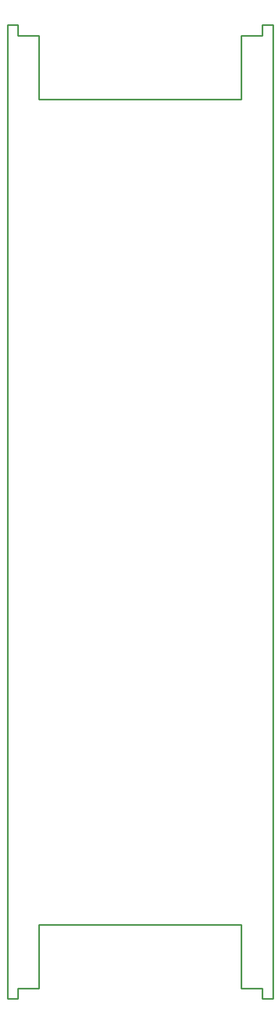
<source format=gbr>
%TF.GenerationSoftware,KiCad,Pcbnew,(5.1.6)-1*%
%TF.CreationDate,2020-10-09T22:46:55+01:00*%
%TF.ProjectId,LED Panel,4c454420-5061-46e6-956c-2e6b69636164,rev?*%
%TF.SameCoordinates,Original*%
%TF.FileFunction,Profile,NP*%
%FSLAX46Y46*%
G04 Gerber Fmt 4.6, Leading zero omitted, Abs format (unit mm)*
G04 Created by KiCad (PCBNEW (5.1.6)-1) date 2020-10-09 22:46:55*
%MOMM*%
%LPD*%
G01*
G04 APERTURE LIST*
%TA.AperFunction,Profile*%
%ADD10C,0.254000*%
%TD*%
G04 APERTURE END LIST*
D10*
X146040000Y-164039999D02*
X146040000Y-174040000D01*
X149340000Y-174040000D02*
X149340000Y-175690000D01*
X146040000Y-164039999D02*
X114290000Y-164039999D01*
X149340000Y-174040000D02*
X146040000Y-174040000D01*
X110990000Y-24590000D02*
X110990000Y-22940000D01*
X109340000Y-22940000D02*
X109340000Y-175690000D01*
X114290000Y-174040000D02*
X110990000Y-174040000D01*
X149340000Y-24590000D02*
X146040000Y-24590000D01*
X150990000Y-175690000D02*
X150990000Y-22940000D01*
X150990000Y-22940000D02*
X149340000Y-22940000D01*
X149340000Y-24590000D02*
X149340000Y-22940000D01*
X146040000Y-34590001D02*
X146040000Y-24590000D01*
X146040000Y-34590001D02*
X114290000Y-34590001D01*
X109340000Y-175690000D02*
X110990000Y-175690000D01*
X114290000Y-34590001D02*
X114290000Y-24590000D01*
X114290000Y-24590000D02*
X110990000Y-24590000D01*
X110990000Y-22940000D02*
X109340000Y-22940000D01*
X110990000Y-174040000D02*
X110990000Y-175690000D01*
X114290000Y-164039999D02*
X114290000Y-174040000D01*
X149340000Y-175690000D02*
X150990000Y-175690000D01*
M02*

</source>
